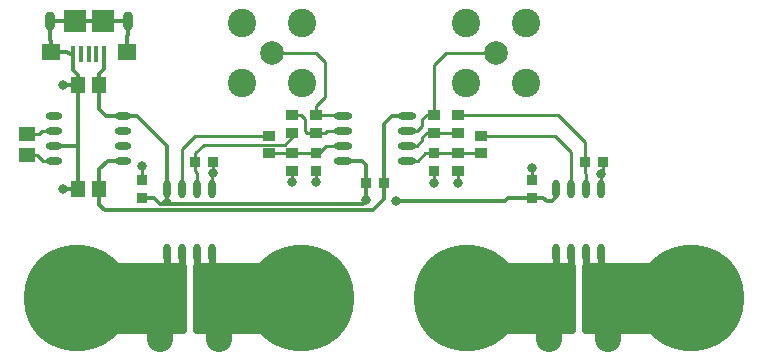
<source format=gbr>
G04 #@! TF.GenerationSoftware,KiCad,Pcbnew,(5.0.0-rc2-204-g01c2d93a8)*
G04 #@! TF.CreationDate,2018-06-27T22:36:21-05:00*
G04 #@! TF.ProjectId,hall-current-probe,68616C6C2D63757272656E742D70726F,rev?*
G04 #@! TF.SameCoordinates,Original*
G04 #@! TF.FileFunction,Copper,L1,Top,Signal*
G04 #@! TF.FilePolarity,Positive*
%FSLAX46Y46*%
G04 Gerber Fmt 4.6, Leading zero omitted, Abs format (unit mm)*
G04 Created by KiCad (PCBNEW (5.0.0-rc2-204-g01c2d93a8)) date Wed Jun 27 22:36:21 2018*
%MOMM*%
%LPD*%
G01*
G04 APERTURE LIST*
G04 #@! TA.AperFunction,ComponentPad*
%ADD10C,2.200000*%
G04 #@! TD*
G04 #@! TA.AperFunction,ComponentPad*
%ADD11C,1.000000*%
G04 #@! TD*
G04 #@! TA.AperFunction,ComponentPad*
%ADD12C,9.000000*%
G04 #@! TD*
G04 #@! TA.AperFunction,SMDPad,CuDef*
%ADD13O,1.400000X0.600000*%
G04 #@! TD*
G04 #@! TA.AperFunction,ComponentPad*
%ADD14C,2.400000*%
G04 #@! TD*
G04 #@! TA.AperFunction,ComponentPad*
%ADD15C,2.000000*%
G04 #@! TD*
G04 #@! TA.AperFunction,SMDPad,CuDef*
%ADD16R,1.600000X1.400000*%
G04 #@! TD*
G04 #@! TA.AperFunction,SMDPad,CuDef*
%ADD17R,1.900000X1.900000*%
G04 #@! TD*
G04 #@! TA.AperFunction,SMDPad,CuDef*
%ADD18R,0.400000X1.350000*%
G04 #@! TD*
G04 #@! TA.AperFunction,ComponentPad*
%ADD19O,0.900000X1.600000*%
G04 #@! TD*
G04 #@! TA.AperFunction,SMDPad,CuDef*
%ADD20R,1.150000X1.450000*%
G04 #@! TD*
G04 #@! TA.AperFunction,SMDPad,CuDef*
%ADD21O,0.600000X1.550000*%
G04 #@! TD*
G04 #@! TA.AperFunction,SMDPad,CuDef*
%ADD22R,0.950000X0.900000*%
G04 #@! TD*
G04 #@! TA.AperFunction,SMDPad,CuDef*
%ADD23R,0.900000X0.950000*%
G04 #@! TD*
G04 #@! TA.AperFunction,SMDPad,CuDef*
%ADD24R,1.450000X1.150000*%
G04 #@! TD*
G04 #@! TA.AperFunction,SMDPad,CuDef*
%ADD25R,1.000000X0.850000*%
G04 #@! TD*
G04 #@! TA.AperFunction,SMDPad,CuDef*
%ADD26O,1.550000X0.600000*%
G04 #@! TD*
G04 #@! TA.AperFunction,ViaPad*
%ADD27C,0.800000*%
G04 #@! TD*
G04 #@! TA.AperFunction,Conductor*
%ADD28C,0.250000*%
G04 #@! TD*
G04 #@! TA.AperFunction,Conductor*
%ADD29C,0.350000*%
G04 #@! TD*
G04 #@! TA.AperFunction,Conductor*
%ADD30C,0.600000*%
G04 #@! TD*
G04 #@! TA.AperFunction,Conductor*
%ADD31C,2.200000*%
G04 #@! TD*
G04 APERTURE END LIST*
D10*
G04 #@! TO.P,J4,2*
G04 #@! TO.N,/IA+*
X13000000Y-23500000D03*
X13000000Y-28500000D03*
G04 #@! TO.P,J4,1*
G04 #@! TO.N,/IA-*
X18000000Y-28500000D03*
X18000000Y-23500000D03*
G04 #@! TD*
G04 #@! TO.P,J5,1*
G04 #@! TO.N,/IB-*
X51000000Y-23500000D03*
X51000000Y-28500000D03*
G04 #@! TO.P,J5,2*
G04 #@! TO.N,/IB+*
X46000000Y-28500000D03*
X46000000Y-23500000D03*
G04 #@! TD*
D11*
G04 #@! TO.P,MP4,1*
G04 #@! TO.N,/IB-*
X59750000Y-21968911D03*
X56250000Y-21968911D03*
X54500000Y-25000000D03*
X56250000Y-28031089D03*
X59750000Y-28031089D03*
X61500000Y-25000000D03*
D12*
X58000000Y-25000000D03*
G04 #@! TD*
G04 #@! TO.P,MP1,1*
G04 #@! TO.N,/IA+*
X6000000Y-25000000D03*
D11*
X9500000Y-25000000D03*
X7750000Y-28031089D03*
X4250000Y-28031089D03*
X2500000Y-25000000D03*
X4250000Y-21968911D03*
X7750000Y-21968911D03*
G04 #@! TD*
G04 #@! TO.P,MP2,1*
G04 #@! TO.N,/IA-*
X26750000Y-21968911D03*
X23250000Y-21968911D03*
X21500000Y-25000000D03*
X23250000Y-28031089D03*
X26750000Y-28031089D03*
X28500000Y-25000000D03*
D12*
X25000000Y-25000000D03*
G04 #@! TD*
G04 #@! TO.P,MP3,1*
G04 #@! TO.N,/IB+*
X39000000Y-25000000D03*
D11*
X42500000Y-25000000D03*
X40750000Y-28031089D03*
X37250000Y-28031089D03*
X35500000Y-25000000D03*
X37250000Y-21968911D03*
X40750000Y-21968911D03*
G04 #@! TD*
D13*
G04 #@! TO.P,U4,1*
G04 #@! TO.N,Net-(U4-Pad1)*
X4100000Y-9595000D03*
G04 #@! TO.P,U4,2*
G04 #@! TO.N,Net-(C7-Pad1)*
X4100000Y-10865000D03*
G04 #@! TO.P,U4,3*
G04 #@! TO.N,GND*
X4100000Y-12135000D03*
G04 #@! TO.P,U4,4*
G04 #@! TO.N,Net-(C7-Pad2)*
X4100000Y-13405000D03*
G04 #@! TO.P,U4,5*
G04 #@! TO.N,-5*
X9900000Y-13405000D03*
G04 #@! TO.P,U4,6*
G04 #@! TO.N,Net-(U4-Pad6)*
X9900000Y-12135000D03*
G04 #@! TO.P,U4,7*
G04 #@! TO.N,Net-(U4-Pad7)*
X9900000Y-10865000D03*
G04 #@! TO.P,U4,8*
G04 #@! TO.N,+5*
X9900000Y-9595000D03*
G04 #@! TD*
D14*
G04 #@! TO.P,J2,2*
G04 #@! TO.N,GND*
X19950000Y-1700000D03*
X25050000Y-1700000D03*
X19950000Y-6800000D03*
X25050000Y-6800000D03*
D15*
G04 #@! TO.P,J2,1*
G04 #@! TO.N,/OUT_A*
X22500000Y-4250000D03*
G04 #@! TD*
G04 #@! TO.P,J3,1*
G04 #@! TO.N,/OUT_B*
X41500000Y-4250000D03*
D14*
G04 #@! TO.P,J3,2*
G04 #@! TO.N,GND*
X44050000Y-6800000D03*
X38950000Y-6800000D03*
X44050000Y-1700000D03*
X38950000Y-1700000D03*
G04 #@! TD*
D16*
G04 #@! TO.P,J1,SH*
G04 #@! TO.N,GND*
X3800000Y-4150000D03*
X10200000Y-4150000D03*
D17*
X5800000Y-1500000D03*
X8200000Y-1500000D03*
D18*
G04 #@! TO.P,J1,5*
X5700000Y-4375000D03*
G04 #@! TO.P,J1,4*
G04 #@! TO.N,Net-(J1-Pad4)*
X6350000Y-4375000D03*
G04 #@! TO.P,J1,3*
G04 #@! TO.N,Net-(J1-Pad3)*
X7000000Y-4375000D03*
G04 #@! TO.P,J1,2*
G04 #@! TO.N,Net-(J1-Pad2)*
X7650000Y-4375000D03*
G04 #@! TO.P,J1,1*
G04 #@! TO.N,+5*
X8300000Y-4375000D03*
D19*
G04 #@! TO.P,J1,SH*
G04 #@! TO.N,GND*
X3700000Y-1500000D03*
X10300000Y-1500000D03*
G04 #@! TD*
D20*
G04 #@! TO.P,C8,1*
G04 #@! TO.N,+5*
X7900000Y-7000000D03*
G04 #@! TO.P,C8,2*
G04 #@! TO.N,GND*
X6100000Y-7000000D03*
G04 #@! TD*
G04 #@! TO.P,C9,2*
G04 #@! TO.N,GND*
X6100000Y-15750000D03*
G04 #@! TO.P,C9,1*
G04 #@! TO.N,-5*
X7900000Y-15750000D03*
G04 #@! TD*
D21*
G04 #@! TO.P,U1,8*
G04 #@! TO.N,+5*
X13595000Y-15800000D03*
G04 #@! TO.P,U1,7*
G04 #@! TO.N,Net-(R2-Pad2)*
X14865000Y-15800000D03*
G04 #@! TO.P,U1,6*
G04 #@! TO.N,Net-(C3-Pad1)*
X16135000Y-15800000D03*
G04 #@! TO.P,U1,5*
G04 #@! TO.N,GND*
X17405000Y-15800000D03*
G04 #@! TO.P,U1,4*
G04 #@! TO.N,/IA-*
X17405000Y-21200000D03*
G04 #@! TO.P,U1,3*
X16135000Y-21200000D03*
G04 #@! TO.P,U1,2*
G04 #@! TO.N,/IA+*
X14865000Y-21200000D03*
G04 #@! TO.P,U1,1*
X13595000Y-21200000D03*
G04 #@! TD*
G04 #@! TO.P,U2,1*
G04 #@! TO.N,/IB+*
X46595000Y-21200000D03*
G04 #@! TO.P,U2,2*
X47865000Y-21200000D03*
G04 #@! TO.P,U2,3*
G04 #@! TO.N,/IB-*
X49135000Y-21200000D03*
G04 #@! TO.P,U2,4*
X50405000Y-21200000D03*
G04 #@! TO.P,U2,5*
G04 #@! TO.N,GND*
X50405000Y-15800000D03*
G04 #@! TO.P,U2,6*
G04 #@! TO.N,Net-(C6-Pad1)*
X49135000Y-15800000D03*
G04 #@! TO.P,U2,7*
G04 #@! TO.N,Net-(R6-Pad2)*
X47865000Y-15800000D03*
G04 #@! TO.P,U2,8*
G04 #@! TO.N,+5*
X46595000Y-15800000D03*
G04 #@! TD*
D22*
G04 #@! TO.P,C1,1*
G04 #@! TO.N,Net-(C1-Pad1)*
X26250000Y-12750000D03*
G04 #@! TO.P,C1,2*
G04 #@! TO.N,GND*
X26250000Y-14250000D03*
G04 #@! TD*
D23*
G04 #@! TO.P,C6,2*
G04 #@! TO.N,GND*
X50500000Y-13500000D03*
G04 #@! TO.P,C6,1*
G04 #@! TO.N,Net-(C6-Pad1)*
X49000000Y-13500000D03*
G04 #@! TD*
G04 #@! TO.P,C10,1*
G04 #@! TO.N,+5*
X30500000Y-15250000D03*
G04 #@! TO.P,C10,2*
G04 #@! TO.N,-5*
X32000000Y-15250000D03*
G04 #@! TD*
D22*
G04 #@! TO.P,C5,2*
G04 #@! TO.N,GND*
X44500000Y-15000000D03*
G04 #@! TO.P,C5,1*
G04 #@! TO.N,+5*
X44500000Y-16500000D03*
G04 #@! TD*
G04 #@! TO.P,C4,1*
G04 #@! TO.N,Net-(C4-Pad1)*
X36250000Y-12750000D03*
G04 #@! TO.P,C4,2*
G04 #@! TO.N,GND*
X36250000Y-14250000D03*
G04 #@! TD*
D23*
G04 #@! TO.P,C3,2*
G04 #@! TO.N,GND*
X17500000Y-13500000D03*
G04 #@! TO.P,C3,1*
G04 #@! TO.N,Net-(C3-Pad1)*
X16000000Y-13500000D03*
G04 #@! TD*
D22*
G04 #@! TO.P,C2,1*
G04 #@! TO.N,+5*
X11500000Y-16500000D03*
G04 #@! TO.P,C2,2*
G04 #@! TO.N,GND*
X11500000Y-15000000D03*
G04 #@! TD*
D24*
G04 #@! TO.P,C7,1*
G04 #@! TO.N,Net-(C7-Pad1)*
X1750000Y-11100000D03*
G04 #@! TO.P,C7,2*
G04 #@! TO.N,Net-(C7-Pad2)*
X1750000Y-12900000D03*
G04 #@! TD*
D25*
G04 #@! TO.P,R8,2*
G04 #@! TO.N,Net-(R7-Pad1)*
X36250000Y-11000000D03*
G04 #@! TO.P,R8,1*
G04 #@! TO.N,/OUT_B*
X36250000Y-9500000D03*
G04 #@! TD*
G04 #@! TO.P,R7,1*
G04 #@! TO.N,Net-(R7-Pad1)*
X38250000Y-11000000D03*
G04 #@! TO.P,R7,2*
G04 #@! TO.N,Net-(C6-Pad1)*
X38250000Y-9500000D03*
G04 #@! TD*
G04 #@! TO.P,R6,2*
G04 #@! TO.N,Net-(R6-Pad2)*
X40250000Y-11250000D03*
G04 #@! TO.P,R6,1*
G04 #@! TO.N,Net-(C4-Pad1)*
X40250000Y-12750000D03*
G04 #@! TD*
G04 #@! TO.P,R5,1*
G04 #@! TO.N,Net-(C4-Pad1)*
X38250000Y-12750000D03*
G04 #@! TO.P,R5,2*
G04 #@! TO.N,GND*
X38250000Y-14250000D03*
G04 #@! TD*
G04 #@! TO.P,R4,2*
G04 #@! TO.N,Net-(R3-Pad1)*
X26250000Y-11000000D03*
G04 #@! TO.P,R4,1*
G04 #@! TO.N,/OUT_A*
X26250000Y-9500000D03*
G04 #@! TD*
G04 #@! TO.P,R3,1*
G04 #@! TO.N,Net-(R3-Pad1)*
X24250000Y-9500000D03*
G04 #@! TO.P,R3,2*
G04 #@! TO.N,Net-(C3-Pad1)*
X24250000Y-11000000D03*
G04 #@! TD*
G04 #@! TO.P,R2,2*
G04 #@! TO.N,Net-(R2-Pad2)*
X22250000Y-11250000D03*
G04 #@! TO.P,R2,1*
G04 #@! TO.N,Net-(C1-Pad1)*
X22250000Y-12750000D03*
G04 #@! TD*
G04 #@! TO.P,R1,1*
G04 #@! TO.N,Net-(C1-Pad1)*
X24250000Y-12750000D03*
G04 #@! TO.P,R1,2*
G04 #@! TO.N,GND*
X24250000Y-14250000D03*
G04 #@! TD*
D26*
G04 #@! TO.P,U3,1*
G04 #@! TO.N,/OUT_A*
X28550000Y-9595000D03*
G04 #@! TO.P,U3,2*
G04 #@! TO.N,Net-(R3-Pad1)*
X28550000Y-10865000D03*
G04 #@! TO.P,U3,3*
G04 #@! TO.N,Net-(C1-Pad1)*
X28550000Y-12135000D03*
G04 #@! TO.P,U3,4*
G04 #@! TO.N,+5*
X28550000Y-13405000D03*
G04 #@! TO.P,U3,5*
G04 #@! TO.N,Net-(C4-Pad1)*
X33950000Y-13405000D03*
G04 #@! TO.P,U3,6*
G04 #@! TO.N,Net-(R7-Pad1)*
X33950000Y-12135000D03*
G04 #@! TO.P,U3,7*
G04 #@! TO.N,/OUT_B*
X33950000Y-10865000D03*
G04 #@! TO.P,U3,8*
G04 #@! TO.N,-5*
X33950000Y-9595000D03*
G04 #@! TD*
D27*
G04 #@! TO.N,GND*
X11500000Y-13850000D03*
X50405000Y-14495000D03*
X17500000Y-14450000D03*
X24250000Y-15150000D03*
X26250000Y-15150000D03*
X36250000Y-15250000D03*
X38250000Y-15250000D03*
X4800000Y-6950000D03*
X4800000Y-15750000D03*
X44499998Y-13950000D03*
G04 #@! TO.N,+5*
X30499092Y-16725523D03*
X33000000Y-16750000D03*
G04 #@! TO.N,/IB+*
X47500000Y-22750000D03*
X47500000Y-25750000D03*
X46250000Y-27000000D03*
X46250000Y-25750000D03*
X47500000Y-27250000D03*
X47500000Y-24250000D03*
G04 #@! TO.N,/IA-*
X16500000Y-27250000D03*
X16500000Y-25750000D03*
X16500000Y-24250000D03*
X16500000Y-22750000D03*
X17750000Y-25750000D03*
X17750000Y-27000000D03*
G04 #@! TO.N,/IA+*
X14500000Y-27250000D03*
X14500000Y-25750000D03*
X14500000Y-24250000D03*
X14500000Y-22750000D03*
X13250000Y-25750000D03*
X13250000Y-27000000D03*
G04 #@! TO.N,/IB-*
X50750000Y-27000000D03*
X49500000Y-22750000D03*
X49500000Y-27250000D03*
X49500000Y-25750000D03*
X49500000Y-24250000D03*
X50750000Y-25750000D03*
G04 #@! TD*
D28*
G04 #@! TO.N,Net-(C7-Pad1)*
X1750000Y-11100000D02*
X2800000Y-11100000D01*
X3035000Y-10865000D02*
X4100000Y-10865000D01*
X2800000Y-11100000D02*
X3035000Y-10865000D01*
G04 #@! TO.N,GND*
X50500000Y-13500000D02*
X50500000Y-14400000D01*
X50405000Y-14495000D02*
X50405000Y-15800000D01*
X50500000Y-14400000D02*
X50405000Y-14495000D01*
X11500000Y-15000000D02*
X11500000Y-13850000D01*
X17500000Y-13500000D02*
X17500000Y-14450000D01*
X17405000Y-14545000D02*
X17405000Y-15800000D01*
X17500000Y-14450000D02*
X17405000Y-14545000D01*
X24250000Y-14250000D02*
X24250000Y-15150000D01*
X26250000Y-14250000D02*
X26250000Y-15150000D01*
X36250000Y-14250000D02*
X36250000Y-15250000D01*
X38250000Y-14250000D02*
X38250000Y-15250000D01*
X44500000Y-15000000D02*
X44500000Y-13950000D01*
D29*
X6100000Y-15750000D02*
X6100000Y-12150000D01*
X6100000Y-12150000D02*
X6100000Y-7000000D01*
X6085000Y-12135000D02*
X6100000Y-12150000D01*
X4100000Y-12135000D02*
X6085000Y-12135000D01*
X6100000Y-7000000D02*
X6100000Y-6100000D01*
X5700000Y-5700000D02*
X5700000Y-4375000D01*
X6100000Y-6100000D02*
X5700000Y-5700000D01*
X5700000Y-4375000D02*
X5375000Y-4375000D01*
X5150000Y-4150000D02*
X3800000Y-4150000D01*
X5375000Y-4375000D02*
X5150000Y-4150000D01*
X3800000Y-4150000D02*
X3800000Y-3250000D01*
X3700000Y-3150000D02*
X3700000Y-1500000D01*
X3800000Y-3250000D02*
X3700000Y-3150000D01*
X3700000Y-1500000D02*
X5800000Y-1500000D01*
X5800000Y-1500000D02*
X8200000Y-1500000D01*
X8200000Y-1500000D02*
X10300000Y-1500000D01*
X10300000Y-1500000D02*
X10300000Y-2700000D01*
X10200000Y-2800000D02*
X10200000Y-4150000D01*
X10300000Y-2700000D02*
X10200000Y-2800000D01*
X6100000Y-7000000D02*
X4850000Y-7000000D01*
X4850000Y-7000000D02*
X4800000Y-6950000D01*
X6100000Y-15750000D02*
X4800000Y-15750000D01*
D28*
G04 #@! TO.N,Net-(C7-Pad2)*
X1750000Y-12900000D02*
X2600000Y-12900000D01*
X3105000Y-13405000D02*
X4100000Y-13405000D01*
X2600000Y-12900000D02*
X3105000Y-13405000D01*
D29*
G04 #@! TO.N,-5*
X32000000Y-15250000D02*
X32000000Y-10250000D01*
X32000000Y-10250000D02*
X32655000Y-9595000D01*
X32655000Y-9595000D02*
X33950000Y-9595000D01*
X9900000Y-13405000D02*
X8595000Y-13405000D01*
X7900000Y-14100000D02*
X7900000Y-15750000D01*
X8595000Y-13405000D02*
X7900000Y-14100000D01*
X8350010Y-17550010D02*
X7900000Y-17100000D01*
X31099990Y-17550010D02*
X8350010Y-17550010D01*
X7900000Y-17100000D02*
X7900000Y-15750000D01*
X32000000Y-15250000D02*
X32000000Y-16650000D01*
X32000000Y-16650000D02*
X31099990Y-17550010D01*
G04 #@! TO.N,+5*
X13700000Y-17000000D02*
X13595000Y-16895000D01*
X13245000Y-17000000D02*
X13595000Y-16650000D01*
X13200000Y-17000000D02*
X13245000Y-17000000D01*
X13595000Y-16650000D02*
X13595000Y-15800000D01*
X13595000Y-16895000D02*
X13595000Y-16650000D01*
X13700000Y-17000000D02*
X13200000Y-17000000D01*
X13900000Y-16955000D02*
X13595000Y-16650000D01*
X13900000Y-17000000D02*
X13900000Y-16955000D01*
X13900000Y-17000000D02*
X13700000Y-17000000D01*
X30500000Y-15250000D02*
X30500000Y-13750000D01*
X30155000Y-13405000D02*
X28550000Y-13405000D01*
X30500000Y-13750000D02*
X30155000Y-13405000D01*
X9900000Y-9595000D02*
X8495000Y-9595000D01*
X7900000Y-9000000D02*
X7900000Y-7000000D01*
X8495000Y-9595000D02*
X7900000Y-9000000D01*
X7900000Y-7000000D02*
X7900000Y-6000000D01*
X8300000Y-5600000D02*
X8300000Y-4375000D01*
X7900000Y-6000000D02*
X8300000Y-5600000D01*
X13200000Y-17000000D02*
X13000000Y-17000000D01*
X12500000Y-16500000D02*
X11500000Y-16500000D01*
X13000000Y-17000000D02*
X12500000Y-16500000D01*
X30500000Y-16724615D02*
X30499092Y-16725523D01*
X30500000Y-15250000D02*
X30500000Y-16724615D01*
X33000000Y-16750000D02*
X42250000Y-16750000D01*
X42500000Y-16500000D02*
X43500000Y-16500000D01*
X42250000Y-16750000D02*
X42500000Y-16500000D01*
X46595000Y-16455000D02*
X46595000Y-15800000D01*
X46250000Y-16800000D02*
X46595000Y-16455000D01*
X45800000Y-16800000D02*
X46250000Y-16800000D01*
X44500000Y-16500000D02*
X45500000Y-16500000D01*
X45500000Y-16500000D02*
X45800000Y-16800000D01*
X43500000Y-16500000D02*
X44500000Y-16500000D01*
X11095000Y-9595000D02*
X9900000Y-9595000D01*
X13595000Y-15800000D02*
X13595000Y-12095000D01*
X13595000Y-12095000D02*
X11095000Y-9595000D01*
X30224615Y-17000000D02*
X30499092Y-16725523D01*
X13900000Y-17000000D02*
X30224615Y-17000000D01*
D28*
G04 #@! TO.N,Net-(R3-Pad1)*
X24500000Y-9500000D02*
X25000000Y-9500000D01*
X25325001Y-9825001D02*
X25325001Y-10825001D01*
X25000000Y-9500000D02*
X25325001Y-9825001D01*
X25500000Y-11000000D02*
X26250000Y-11000000D01*
X25325001Y-10825001D02*
X25500000Y-11000000D01*
X26250000Y-11000000D02*
X27000000Y-11000000D01*
X27135000Y-10865000D02*
X28550000Y-10865000D01*
X27000000Y-11000000D02*
X27135000Y-10865000D01*
G04 #@! TO.N,Net-(C1-Pad1)*
X22250000Y-12750000D02*
X26250000Y-12750000D01*
X22250000Y-12750000D02*
X24250000Y-12750000D01*
X26250000Y-12750000D02*
X26500000Y-12750000D01*
X27115000Y-12135000D02*
X28550000Y-12135000D01*
X26500000Y-12750000D02*
X27115000Y-12135000D01*
G04 #@! TO.N,Net-(C4-Pad1)*
X40250000Y-12750000D02*
X38250000Y-12750000D01*
X38250000Y-12750000D02*
X36250000Y-12750000D01*
X33950000Y-13405000D02*
X34845000Y-13405000D01*
X35500000Y-12750000D02*
X36250000Y-12750000D01*
X34845000Y-13405000D02*
X35500000Y-12750000D01*
G04 #@! TO.N,Net-(R7-Pad1)*
X38250000Y-11000000D02*
X36250000Y-11000000D01*
X35250000Y-11650000D02*
X34765000Y-12135000D01*
X35250000Y-11350000D02*
X35250000Y-11650000D01*
X34765000Y-12135000D02*
X33950000Y-12135000D01*
X36250000Y-11000000D02*
X35600000Y-11000000D01*
X35600000Y-11000000D02*
X35250000Y-11350000D01*
G04 #@! TO.N,Net-(R2-Pad2)*
X17250000Y-11250000D02*
X22250000Y-11250000D01*
X16000000Y-11250000D02*
X17250000Y-11250000D01*
X14865000Y-15800000D02*
X14865000Y-12385000D01*
X14865000Y-12385000D02*
X16000000Y-11250000D01*
G04 #@! TO.N,Net-(C3-Pad1)*
X16000000Y-13500000D02*
X16000000Y-14250000D01*
X16135000Y-14385000D02*
X16135000Y-15800000D01*
X16000000Y-14250000D02*
X16135000Y-14385000D01*
X24250000Y-11400000D02*
X24250000Y-11000000D01*
X23650000Y-12000000D02*
X24250000Y-11400000D01*
X16000000Y-13500000D02*
X16000000Y-12750000D01*
X16750000Y-12000000D02*
X23650000Y-12000000D01*
X16000000Y-12750000D02*
X16750000Y-12000000D01*
G04 #@! TO.N,Net-(R6-Pad2)*
X47865000Y-12715000D02*
X47865000Y-15800000D01*
X47865000Y-12615000D02*
X47865000Y-12715000D01*
X40250000Y-11250000D02*
X46500000Y-11250000D01*
X46500000Y-11250000D02*
X47865000Y-12615000D01*
G04 #@! TO.N,Net-(C6-Pad1)*
X49135000Y-15800000D02*
X49135000Y-14535000D01*
X49000000Y-14400000D02*
X49000000Y-13500000D01*
X49135000Y-14535000D02*
X49000000Y-14400000D01*
X49000000Y-11750000D02*
X49000000Y-13500000D01*
X38250000Y-9500000D02*
X46750000Y-9500000D01*
X46750000Y-9500000D02*
X49000000Y-11750000D01*
G04 #@! TO.N,/OUT_A*
X28455000Y-9500000D02*
X28550000Y-9595000D01*
X26250000Y-9500000D02*
X28455000Y-9500000D01*
X26250000Y-9500000D02*
X26250000Y-8750000D01*
X26250000Y-8750000D02*
X27000000Y-8000000D01*
X27000000Y-8000000D02*
X27000000Y-5000000D01*
X26250000Y-4250000D02*
X27000000Y-5000000D01*
X22500000Y-4250000D02*
X26250000Y-4250000D01*
G04 #@! TO.N,/OUT_B*
X34785000Y-10865000D02*
X33950000Y-10865000D01*
X35250000Y-9850000D02*
X35250000Y-10400000D01*
X35250000Y-10400000D02*
X34785000Y-10865000D01*
X36250000Y-9500000D02*
X35600000Y-9500000D01*
X35600000Y-9500000D02*
X35250000Y-9850000D01*
X41500000Y-4250000D02*
X37250000Y-4250000D01*
X36250000Y-5250000D02*
X36250000Y-9500000D01*
X37250000Y-4250000D02*
X36250000Y-5250000D01*
D30*
G04 #@! TO.N,/IB+*
X46595000Y-21200000D02*
X46595000Y-24555000D01*
X46150000Y-25000000D02*
X39000000Y-25000000D01*
X46595000Y-24555000D02*
X46150000Y-25000000D01*
X47865000Y-21200000D02*
X47865000Y-24335000D01*
X47200000Y-25000000D02*
X46150000Y-25000000D01*
X47865000Y-24335000D02*
X47200000Y-25000000D01*
D28*
X46000000Y-27250000D02*
X46250000Y-27000000D01*
D31*
X46000000Y-28500000D02*
X46000000Y-27250000D01*
D30*
G04 #@! TO.N,/IA-*
X18250000Y-25000000D02*
X23000000Y-25000000D01*
X16750000Y-25000000D02*
X18250000Y-25000000D01*
X16135000Y-24385000D02*
X16500000Y-24250000D01*
X17405000Y-24155000D02*
X17750000Y-24250000D01*
X16135000Y-22750000D02*
X16135000Y-24385000D01*
X17405000Y-22750000D02*
X17405000Y-24155000D01*
X16500000Y-24250000D02*
X16750000Y-25000000D01*
X16500000Y-22750000D02*
X16135000Y-22750000D01*
X16135000Y-22385000D02*
X16500000Y-22750000D01*
X16135000Y-21200000D02*
X16135000Y-22385000D01*
X17750000Y-22750000D02*
X17405000Y-22750000D01*
X17750000Y-24250000D02*
X18250000Y-25000000D01*
X17405000Y-22405000D02*
X17750000Y-22750000D01*
X17405000Y-21200000D02*
X17405000Y-22405000D01*
D31*
X18000000Y-28500000D02*
X18000000Y-27250000D01*
D30*
G04 #@! TO.N,/IA+*
X13595000Y-24155000D02*
X13250000Y-24250000D01*
X12750000Y-25000000D02*
X4000000Y-25000000D01*
X14250000Y-25000000D02*
X12750000Y-25000000D01*
X14865000Y-24385000D02*
X14500000Y-24250000D01*
X13595000Y-22750000D02*
X13595000Y-24155000D01*
X14865000Y-22750000D02*
X14865000Y-24385000D01*
X14500000Y-24250000D02*
X14250000Y-25000000D01*
X14500000Y-22750000D02*
X14865000Y-22750000D01*
X14865000Y-22385000D02*
X14500000Y-22750000D01*
X14865000Y-21200000D02*
X14865000Y-22385000D01*
X13250000Y-22750000D02*
X13595000Y-22750000D01*
X13250000Y-24250000D02*
X12750000Y-25000000D01*
X13595000Y-22405000D02*
X13250000Y-22750000D01*
X13595000Y-21200000D02*
X13595000Y-22405000D01*
D31*
X13000000Y-28500000D02*
X13000000Y-27250000D01*
D30*
G04 #@! TO.N,/IB-*
X49135000Y-21200000D02*
X49135000Y-24285000D01*
X49850000Y-25000000D02*
X58000000Y-25000000D01*
X49135000Y-24285000D02*
X49850000Y-25000000D01*
X51300000Y-25000000D02*
X58000000Y-25000000D01*
X50405000Y-21200000D02*
X50405000Y-24105000D01*
X50405000Y-24105000D02*
X51300000Y-25000000D01*
D28*
X51000000Y-27250000D02*
X50750000Y-27000000D01*
D31*
X51000000Y-28500000D02*
X51000000Y-27250000D01*
G04 #@! TD*
D30*
G04 #@! TO.N,/IB+*
G36*
X47942000Y-27700000D02*
X39148741Y-27700000D01*
X36705299Y-24487327D01*
X39115823Y-22300000D01*
X47942000Y-22300000D01*
X47942000Y-27700000D01*
X47942000Y-27700000D01*
G37*
X47942000Y-27700000D02*
X39148741Y-27700000D01*
X36705299Y-24487327D01*
X39115823Y-22300000D01*
X47942000Y-22300000D01*
X47942000Y-27700000D01*
G04 #@! TO.N,/IB-*
G36*
X60274070Y-25512673D02*
X57863546Y-27700000D01*
X49050000Y-27700000D01*
X49050000Y-22300000D01*
X57830628Y-22300000D01*
X60274070Y-25512673D01*
X60274070Y-25512673D01*
G37*
X60274070Y-25512673D02*
X57863546Y-27700000D01*
X49050000Y-27700000D01*
X49050000Y-22300000D01*
X57830628Y-22300000D01*
X60274070Y-25512673D01*
G04 #@! TO.N,/IA-*
G36*
X27575736Y-25000000D02*
X24875736Y-27700000D01*
X16050000Y-27700000D01*
X16050000Y-22300000D01*
X24875736Y-22300000D01*
X27575736Y-25000000D01*
X27575736Y-25000000D01*
G37*
X27575736Y-25000000D02*
X24875736Y-27700000D01*
X16050000Y-27700000D01*
X16050000Y-22300000D01*
X24875736Y-22300000D01*
X27575736Y-25000000D01*
G04 #@! TO.N,/IA+*
G36*
X14942000Y-27700000D02*
X6124264Y-27700000D01*
X3432919Y-25008655D01*
X6367295Y-22300000D01*
X14942000Y-22300000D01*
X14942000Y-27700000D01*
X14942000Y-27700000D01*
G37*
X14942000Y-27700000D02*
X6124264Y-27700000D01*
X3432919Y-25008655D01*
X6367295Y-22300000D01*
X14942000Y-22300000D01*
X14942000Y-27700000D01*
G04 #@! TD*
M02*

</source>
